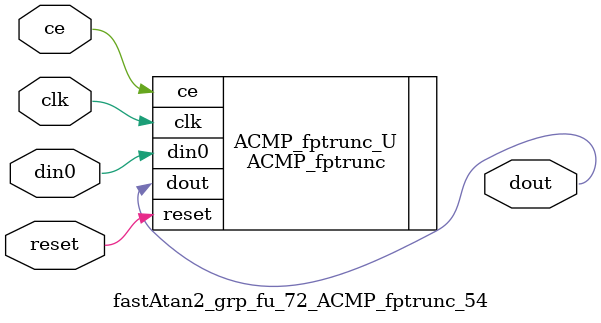
<source format=v>

`timescale 1 ns / 1 ps
module fastAtan2_grp_fu_72_ACMP_fptrunc_54(
    clk,
    reset,
    ce,
    din0,
    dout);

parameter ID = 32'd1;
parameter NUM_STAGE = 32'd1;
parameter din0_WIDTH = 32'd1;
parameter dout_WIDTH = 32'd1;
input clk;
input reset;
input ce;
input[din0_WIDTH - 1:0] din0;
output[dout_WIDTH - 1:0] dout;



ACMP_fptrunc #(
.ID( ID ),
.NUM_STAGE( 3 ),
.din0_WIDTH( din0_WIDTH ),
.dout_WIDTH( dout_WIDTH ))
ACMP_fptrunc_U(
    .clk( clk ),
    .reset( reset ),
    .ce( ce ),
    .din0( din0 ),
    .dout( dout ));

endmodule

</source>
